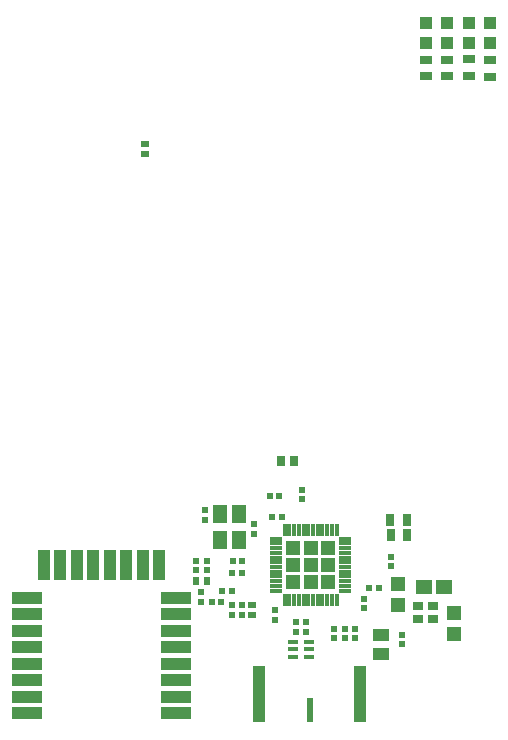
<source format=gbr>
%FSTAX23Y23*%
%MOMM*%
%SFA1B1*%

%IPPOS*%
%ADD22R,0.999998X0.999998*%
%ADD58R,1.299997X1.299997*%
%ADD59R,1.299997X1.299997*%
%ADD60R,1.299997X1.299997*%
%ADD61R,1.299997X1.299997*%
%ADD62R,1.299997X1.299997*%
%ADD63R,1.299997X1.299997*%
%ADD64R,1.299997X1.299997*%
%ADD65R,1.299997X1.299997*%
%ADD66R,1.299997X1.299997*%
%ADD67R,0.799998X0.999998*%
%ADD68R,0.619999X0.619999*%
%ADD69R,0.999998X0.799998*%
%ADD70R,0.749999X0.849998*%
%ADD71R,1.199998X1.199998*%
%ADD72R,0.619999X0.619999*%
%ADD73R,1.449997X1.049998*%
%ADD74R,1.399997X1.249998*%
%ADD75R,0.649999X0.549999*%
%ADD76R,0.549999X0.649999*%
%ADD77R,1.249998X1.499997*%
%ADD78R,0.899998X0.399999*%
%ADD79R,0.949998X0.699999*%
%ADD80R,0.299999X0.999998*%
%ADD81R,0.999998X0.299999*%
%ADD82R,1.119998X4.849990*%
%ADD83R,0.609999X2.009996*%
%ADD84R,1.099998X2.550095*%
%ADD85R,2.550095X1.099998*%
G54D22*
X38283Y57449D03*
Y59149D03*
X36474Y57449D03*
Y59149D03*
X40091Y57449D03*
Y59149D03*
X419Y57474D03*
Y59174D03*
G54D58*
X26724Y11849D03*
G54D59*
X26724Y14749D03*
G54D60*
X25274Y13299D03*
G54D61*
X28174Y13299D03*
G54D62*
X28174Y14749D03*
G54D63*
X28174Y11849D03*
G54D64*
X25274Y11849D03*
G54D65*
X25274Y14749D03*
G54D66*
X26724Y13299D03*
G54D67*
X33499Y15824D03*
X34899D03*
X33474Y17124D03*
X34874D03*
G54D68*
X33499Y13149D03*
Y13949D03*
X25974Y18849D03*
Y19649D03*
X31249Y10399D03*
Y09599D03*
X34474Y07374D03*
Y06574D03*
X17424Y10949D03*
Y10149D03*
X17049Y13649D03*
Y12849D03*
X17974Y13649D03*
Y12849D03*
X23674Y09449D03*
Y08649D03*
X21924Y16724D03*
Y15924D03*
X17749Y17124D03*
Y17924D03*
X29599Y07874D03*
Y07074D03*
X30474Y07874D03*
Y07074D03*
X26374Y08424D03*
Y07624D03*
X25474Y08424D03*
Y07624D03*
X28724Y07074D03*
Y07874D03*
G54D69*
X36474Y54649D03*
Y56049D03*
X40091Y54699D03*
Y56099D03*
X38283Y54649D03*
Y56049D03*
X41899Y54624D03*
Y56024D03*
G54D70*
X24249Y22099D03*
X25349D03*
G54D71*
X34149Y09849D03*
Y11649D03*
X38849Y09199D03*
Y07399D03*
G54D72*
X31699Y11299D03*
X32499D03*
X24074Y19149D03*
X23274D03*
X24274Y17349D03*
X23474D03*
X20899Y09899D03*
X20099D03*
X19174Y10149D03*
X18374D03*
X20099Y08999D03*
X20899D03*
X20049Y11049D03*
X19249D03*
X20899Y12599D03*
X20099D03*
X20949Y13599D03*
X20149D03*
G54D73*
X32674Y05774D03*
Y07374D03*
G54D74*
X36324Y11424D03*
X38024D03*
G54D75*
X21799Y08999D03*
Y09899D03*
X127Y48049D03*
Y48949D03*
G54D76*
X17049Y11899D03*
X17949D03*
G54D77*
X19074Y17549D03*
Y15349D03*
X20674Y17549D03*
Y15349D03*
G54D78*
X25274Y05499D03*
Y06124D03*
Y06774D03*
X26574Y05499D03*
Y06124D03*
Y06774D03*
G54D79*
X37124Y08674D03*
X35774D03*
X37124Y09774D03*
X35774D03*
G54D80*
X28924Y16249D03*
X28124D03*
X27324D03*
X26524D03*
X25724D03*
X24924D03*
X24524D03*
X25324D03*
X26124D03*
X26924D03*
X27724D03*
X28524D03*
X24524Y10349D03*
X25324D03*
X26124D03*
X26924D03*
X27724D03*
X28524D03*
X28924D03*
X28124D03*
X27324D03*
X26524D03*
X25724D03*
X24924D03*
G54D81*
X29674Y11099D03*
Y11899D03*
Y127D03*
Y13499D03*
Y14299D03*
Y15099D03*
Y15499D03*
Y14699D03*
Y13899D03*
Y13099D03*
Y12299D03*
Y11499D03*
X23774Y15099D03*
Y14299D03*
Y13499D03*
Y127D03*
Y11899D03*
Y11099D03*
Y11499D03*
Y12299D03*
Y13099D03*
Y13899D03*
Y14699D03*
Y15499D03*
G54D82*
X22379Y02374D03*
X30879D03*
G54D83*
X26629Y00954D03*
G54D84*
X12525Y13299D03*
X13925D03*
X11124D03*
X09724D03*
X08325D03*
X06925D03*
X05525D03*
X04125D03*
G54D85*
X15325Y10499D03*
Y091D03*
Y07699D03*
Y06299D03*
Y04899D03*
Y03499D03*
X02724Y10499D03*
Y091D03*
Y07699D03*
Y06299D03*
Y04899D03*
Y021D03*
Y03499D03*
X15325Y021D03*
Y007D03*
X02724D03*
M02*
</source>
